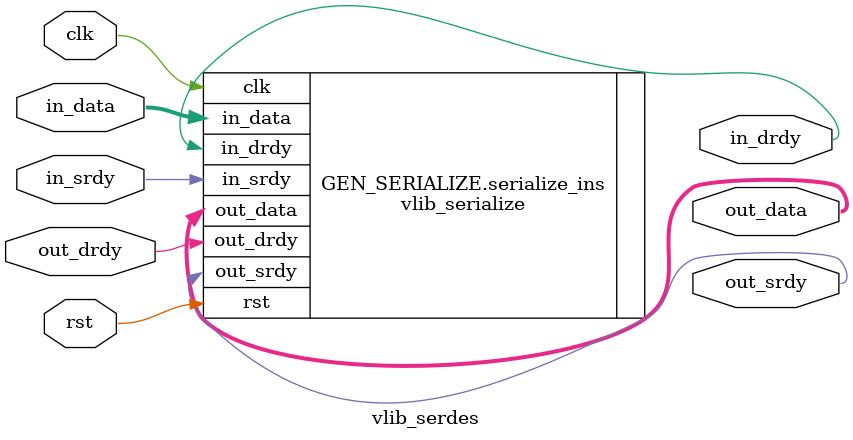
<source format=v>

`ifndef __VLIB_SERDES_V__
`define __VLIB_SERDES_V__

module vlib_serdes 
    #(parameter   IN_DATA_WD = 20,  // must be multiple or divided by OUT_DATA_WD
      parameter   OUT_DATA_WD = 4,  // must be multiple or divided by IN_DATA_WD
      parameter   OUT_PPLN_OPT = 0  // 0: not pipelined; 1: sd_input; 2: sd_output; 3: sd_iofull
    )
    (
    input   clk,
    input   rst,
    
    input                       in_srdy,
    output                      in_drdy,
    input [IN_DATA_WD-1:0]      in_data,

    output                       out_srdy,
    input                        out_drdy,
    output [OUT_DATA_WD-1:0]     out_data
    );
    
    //================== BODY ========================
generate    
  if (IN_DATA_WD < OUT_DATA_WD) begin: GEN_PARALLELIZE
    vlib_parallelize 
    #(.WORD_WD      (IN_DATA_WD),               // 1: bit, 8: byte, etc
      .OUT_WORD_CNT (OUT_DATA_WD/IN_DATA_WD),   // the number of output words for oarallelizing
      .OUT_PPLN_OPT (OUT_PPLN_OPT)              // 0: not pipelined; 1: sd_input; 2: sd_output; 3: sd_iofull
    )
    parallelize_ins
    (
    .clk    (clk),
    .rst    (rst),
    
    .in_srdy    (in_srdy),
    .in_drdy    (in_drdy),
    .in_data    (in_data),

    .out_srdy   (out_srdy),
    .out_drdy   (out_drdy),
    .out_data   (out_data)
    );
  end
  else begin: GEN_SERIALIZE
    vlib_serialize 
    #(.WORD_WD      (OUT_DATA_WD),              // 1: bit, 8: byte, etc
      .IN_WORD_CNT  (IN_DATA_WD/OUT_DATA_WD),   // the number of input words for serializing
      .OUT_PPLN_OPT (OUT_PPLN_OPT)              // 0: not pipelined; 1: sd_input; 2: sd_output; 3: sd_iofull
    )
    serialize_ins
    (
    .clk    (clk),
    .rst    (rst),
    
    .in_srdy    (in_srdy),
    .in_drdy    (in_drdy),
    .in_data    (in_data),

    .out_srdy   (out_srdy),
    .out_drdy   (out_drdy),
    .out_data   (out_data)
    );
  end
endgenerate
    
endmodule
`endif // __VLIB_SERDES_V__

</source>
